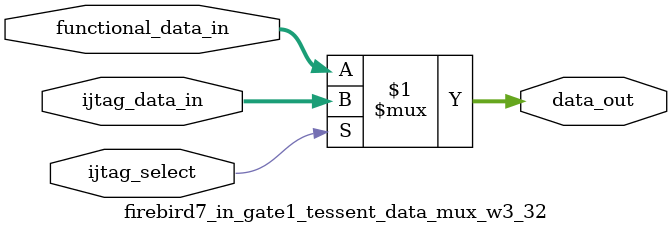
<source format=sv>

module firebird7_in_gate1_tessent_data_mux_w3_32 (
  input wire ijtag_select,
  input wire [2:0]  functional_data_in,
  input wire [2:0]  ijtag_data_in,
  output wire [2:0] data_out
);
assign data_out = (ijtag_select) ? ijtag_data_in : functional_data_in;
endmodule

</source>
